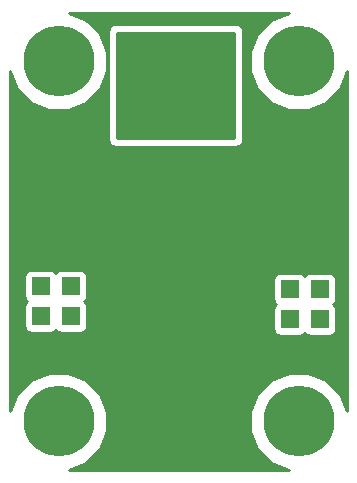
<source format=gbr>
G04 #@! TF.GenerationSoftware,KiCad,Pcbnew,(2017-02-05 revision 431abcf)-makepkg*
G04 #@! TF.CreationDate,2017-03-02T10:01:43+01:00*
G04 #@! TF.ProjectId,LINREG01A,4C494E5245473031412E6B696361645F,rev?*
G04 #@! TF.FileFunction,Copper,L1,Top,Signal*
G04 #@! TF.FilePolarity,Positive*
%FSLAX46Y46*%
G04 Gerber Fmt 4.6, Leading zero omitted, Abs format (unit mm)*
G04 Created by KiCad (PCBNEW (2017-02-05 revision 431abcf)-makepkg) date 03/02/17 10:01:43*
%MOMM*%
%LPD*%
G01*
G04 APERTURE LIST*
%ADD10C,0.500000*%
%ADD11C,6.000000*%
%ADD12R,1.524000X1.524000*%
%ADD13C,0.800000*%
%ADD14C,0.700000*%
%ADD15C,0.254000*%
G04 APERTURE END LIST*
D10*
D11*
X5080000Y5080000D03*
X5080000Y35560000D03*
X25400000Y5080000D03*
X25400000Y35560000D03*
D12*
X3556000Y19050000D03*
X6096000Y19050000D03*
X3556000Y16510000D03*
X6096000Y16510000D03*
X3556000Y13970000D03*
X6096000Y13970000D03*
X3556000Y11430000D03*
X6096000Y11430000D03*
X27178000Y11176000D03*
X24638000Y11176000D03*
X27178000Y13716000D03*
X24638000Y13716000D03*
X27178000Y16256000D03*
X24638000Y16256000D03*
X27178000Y18796000D03*
X24638000Y18796000D03*
D13*
X10922000Y10922000D03*
X20574000Y9652000D03*
X20574000Y8636000D03*
X19558000Y8636000D03*
X19558000Y9652000D03*
X18542000Y9652000D03*
X18542000Y8636000D03*
X17526000Y8636000D03*
X17526000Y9652000D03*
X16510000Y9652000D03*
X16510000Y8636000D03*
X15494000Y8636000D03*
X15494000Y9652000D03*
X14478000Y9652000D03*
X14478000Y8636000D03*
X13462000Y8636000D03*
X13462000Y9652000D03*
X12446000Y9652000D03*
X12446000Y8636000D03*
X11430000Y8636000D03*
X11430000Y9652000D03*
X10414000Y9652000D03*
X10414000Y8636000D03*
X10414000Y2540000D03*
X10414000Y3556000D03*
X10414000Y4572000D03*
X10414000Y5588000D03*
X10414000Y6604000D03*
X10414000Y7620000D03*
X11430000Y7620000D03*
X11430000Y6604000D03*
X11430000Y5588000D03*
X11430000Y4572000D03*
X11430000Y3556000D03*
X11430000Y2540000D03*
X12446000Y2540000D03*
X12446000Y3556000D03*
X12446000Y4572000D03*
X12446000Y5588000D03*
X12446000Y6604000D03*
X12446000Y7620000D03*
X13462000Y7620000D03*
X13462000Y6604000D03*
X13462000Y5588000D03*
X13462000Y4572000D03*
X13462000Y3556000D03*
X13462000Y2540000D03*
X14478000Y2540000D03*
X14478000Y3556000D03*
X14478000Y4572000D03*
X14478000Y5588000D03*
X14478000Y6604000D03*
X14478000Y7620000D03*
X15494000Y2540000D03*
X15494000Y3556000D03*
X15494000Y4572000D03*
X15494000Y5588000D03*
X15494000Y6604000D03*
X15494000Y7620000D03*
X16510000Y7620000D03*
X16510000Y6604000D03*
X16510000Y5588000D03*
X16510000Y4572000D03*
X16510000Y3556000D03*
X16510000Y2540000D03*
X17526000Y7620000D03*
X17526000Y6604000D03*
X17526000Y5588000D03*
X17526000Y4572000D03*
X17526000Y3556000D03*
X17526000Y2540000D03*
X18542000Y2540000D03*
X18542000Y3556000D03*
X18542000Y4572000D03*
X18542000Y5588000D03*
X18542000Y6604000D03*
X18542000Y7620000D03*
X19558000Y7620000D03*
X19558000Y6604000D03*
X19558000Y5588000D03*
X19558000Y4572000D03*
X19558000Y3556000D03*
X19558000Y2540000D03*
X20574000Y7620000D03*
X20574000Y6604000D03*
X20574000Y5588000D03*
X20574000Y4572000D03*
X20574000Y3556000D03*
X20574000Y2540000D03*
X20574000Y1524000D03*
X19558000Y1524000D03*
X18542000Y1524000D03*
X17526000Y1524000D03*
X16510000Y1524000D03*
X15494000Y1524000D03*
X14478000Y1524000D03*
X13462000Y1524000D03*
X12446000Y1524000D03*
X11430000Y1524000D03*
X10414000Y1524000D03*
X1778000Y31750000D03*
X3048000Y26416000D03*
X3048000Y24892000D03*
X3048000Y20828000D03*
X8128000Y10414000D03*
X7112000Y9652000D03*
X6096000Y9652000D03*
X4826000Y9652000D03*
X3556000Y9652000D03*
X27178000Y9652000D03*
X25908000Y9652000D03*
X24638000Y9652000D03*
X27940000Y29210000D03*
X27940000Y30226000D03*
X26670000Y30226000D03*
X26670000Y29210000D03*
X28956000Y24384000D03*
X28956000Y22606000D03*
X28956000Y20828000D03*
X27686000Y20828000D03*
X26416000Y20828000D03*
X21844000Y23368000D03*
X21844000Y24130000D03*
X20828000Y24892000D03*
X20828000Y25654000D03*
X20828000Y26416000D03*
X20574000Y27432000D03*
X19812000Y27432000D03*
X19812000Y26416000D03*
X19812000Y25654000D03*
X19812000Y24638000D03*
X19558000Y29464000D03*
X19558000Y30480000D03*
X19558000Y31496000D03*
X18542000Y31496000D03*
X18542000Y30480000D03*
X18542000Y29464000D03*
X17526000Y29464000D03*
X16510000Y29464000D03*
X15494000Y29464000D03*
X15494000Y30480000D03*
X16510000Y30480000D03*
X17526000Y30480000D03*
X17526000Y31496000D03*
X16510000Y31496000D03*
X15494000Y31496000D03*
X14478000Y29464000D03*
X14478000Y30480000D03*
X14478000Y31496000D03*
X13462000Y31496000D03*
X13462000Y30480000D03*
X13462000Y29464000D03*
X12446000Y29464000D03*
X12446000Y30480000D03*
X12446000Y31496000D03*
X11430000Y31496000D03*
X11430000Y30480000D03*
X11430000Y29464000D03*
X10414000Y29464000D03*
X10414000Y30480000D03*
X10414000Y31496000D03*
X10414000Y32512000D03*
X11430000Y32512000D03*
X12446000Y32512000D03*
X13462000Y32512000D03*
X14478000Y32512000D03*
X15494000Y32512000D03*
X16510000Y32512000D03*
X17526000Y32512000D03*
X18542000Y32512000D03*
X19558000Y32512000D03*
X19558000Y33528000D03*
X18542000Y33528000D03*
X17526000Y33528000D03*
X16510000Y33528000D03*
X15494000Y33528000D03*
X14478000Y33528000D03*
X13462000Y33528000D03*
X12446000Y33528000D03*
X11430000Y33528000D03*
X10414000Y33528000D03*
X19558000Y34544000D03*
X18542000Y34544000D03*
X17526000Y34544000D03*
X16510000Y34544000D03*
X15494000Y34544000D03*
X14478000Y34544000D03*
X13462000Y34544000D03*
X12446000Y34544000D03*
X11430000Y34544000D03*
X10414000Y34544000D03*
X19558000Y35560000D03*
X18542000Y35560000D03*
X17526000Y35560000D03*
X16510000Y35560000D03*
X15494000Y35560000D03*
X14478000Y35560000D03*
X13462000Y35560000D03*
X12446000Y35560000D03*
X11430000Y35560000D03*
X10414000Y35560000D03*
X10414000Y36576000D03*
X11430000Y36576000D03*
X12446000Y36576000D03*
X13462000Y36576000D03*
X14478000Y36576000D03*
X15494000Y36576000D03*
X16510000Y36576000D03*
X17526000Y36576000D03*
X18542000Y36576000D03*
X19558000Y36576000D03*
X19558000Y37592000D03*
X18542000Y37592000D03*
X17526000Y37592000D03*
X16510000Y37592000D03*
X15494000Y37592000D03*
X14478000Y37592000D03*
X13462000Y37592000D03*
X12446000Y37592000D03*
X11430000Y37592000D03*
X10414000Y37592000D03*
D10*
X3048000Y24892000D02*
X3048000Y26416000D01*
X3556000Y19050000D02*
X3556000Y20320000D01*
X3556000Y20320000D02*
X3048000Y20828000D01*
X7112000Y9652000D02*
X7366000Y9652000D01*
X7366000Y9652000D02*
X8128000Y10414000D01*
X4826000Y9652000D02*
X6096000Y9652000D01*
X3556000Y11430000D02*
X3556000Y9652000D01*
X24638000Y9652000D02*
X25908000Y9652000D01*
X27940000Y30226000D02*
X27940000Y29210000D01*
X26670000Y29210000D02*
X26670000Y30226000D01*
X28956000Y20828000D02*
X28956000Y22606000D01*
X26416000Y20828000D02*
X27686000Y20828000D01*
D14*
X21844000Y24130000D02*
X21844000Y23368000D01*
X20828000Y25654000D02*
X20828000Y24892000D01*
X20574000Y27432000D02*
X20574000Y26670000D01*
X20574000Y26670000D02*
X20828000Y26416000D01*
X19812000Y26416000D02*
X19812000Y27432000D01*
X19812000Y24638000D02*
X19812000Y25654000D01*
D15*
G36*
X23065296Y39060741D02*
X21903340Y37900810D01*
X21273718Y36384513D01*
X21272285Y34742690D01*
X21899259Y33225296D01*
X23059190Y32063340D01*
X24575487Y31433718D01*
X26217310Y31432285D01*
X27734704Y32059259D01*
X28896660Y33219190D01*
X29516000Y34710725D01*
X29516000Y5925662D01*
X28900741Y7414704D01*
X27740810Y8576660D01*
X26224513Y9206282D01*
X24582690Y9207715D01*
X23065296Y8580741D01*
X21903340Y7420810D01*
X21273718Y5904513D01*
X21272285Y4262690D01*
X21899259Y2745296D01*
X23059190Y1583340D01*
X24550725Y964000D01*
X5925662Y964000D01*
X7414704Y1579259D01*
X8576660Y2739190D01*
X9206282Y4255487D01*
X9207715Y5897310D01*
X8580741Y7414704D01*
X7420810Y8576660D01*
X5904513Y9206282D01*
X4262690Y9207715D01*
X2745296Y8580741D01*
X1583340Y7420810D01*
X964000Y5929275D01*
X964000Y17272000D01*
X2146560Y17272000D01*
X2146560Y15748000D01*
X2195843Y15500235D01*
X2336191Y15290191D01*
X2411307Y15240000D01*
X2336191Y15189809D01*
X2195843Y14979765D01*
X2146560Y14732000D01*
X2146560Y13208000D01*
X2195843Y12960235D01*
X2336191Y12750191D01*
X2546235Y12609843D01*
X2794000Y12560560D01*
X4318000Y12560560D01*
X4565765Y12609843D01*
X4775809Y12750191D01*
X4826000Y12825307D01*
X4876191Y12750191D01*
X5086235Y12609843D01*
X5334000Y12560560D01*
X6858000Y12560560D01*
X7105765Y12609843D01*
X7315809Y12750191D01*
X7456157Y12960235D01*
X7505440Y13208000D01*
X7505440Y14732000D01*
X7456157Y14979765D01*
X7315809Y15189809D01*
X7240693Y15240000D01*
X7315809Y15290191D01*
X7456157Y15500235D01*
X7505440Y15748000D01*
X7505440Y17018000D01*
X23228560Y17018000D01*
X23228560Y15494000D01*
X23277843Y15246235D01*
X23418191Y15036191D01*
X23493307Y14986000D01*
X23418191Y14935809D01*
X23277843Y14725765D01*
X23228560Y14478000D01*
X23228560Y12954000D01*
X23277843Y12706235D01*
X23418191Y12496191D01*
X23628235Y12355843D01*
X23876000Y12306560D01*
X25400000Y12306560D01*
X25647765Y12355843D01*
X25857809Y12496191D01*
X25908000Y12571307D01*
X25958191Y12496191D01*
X26168235Y12355843D01*
X26416000Y12306560D01*
X27940000Y12306560D01*
X28187765Y12355843D01*
X28397809Y12496191D01*
X28538157Y12706235D01*
X28587440Y12954000D01*
X28587440Y14478000D01*
X28538157Y14725765D01*
X28397809Y14935809D01*
X28322693Y14986000D01*
X28397809Y15036191D01*
X28538157Y15246235D01*
X28587440Y15494000D01*
X28587440Y17018000D01*
X28538157Y17265765D01*
X28397809Y17475809D01*
X28187765Y17616157D01*
X27940000Y17665440D01*
X26416000Y17665440D01*
X26168235Y17616157D01*
X25958191Y17475809D01*
X25908000Y17400693D01*
X25857809Y17475809D01*
X25647765Y17616157D01*
X25400000Y17665440D01*
X23876000Y17665440D01*
X23628235Y17616157D01*
X23418191Y17475809D01*
X23277843Y17265765D01*
X23228560Y17018000D01*
X7505440Y17018000D01*
X7505440Y17272000D01*
X7456157Y17519765D01*
X7315809Y17729809D01*
X7105765Y17870157D01*
X6858000Y17919440D01*
X5334000Y17919440D01*
X5086235Y17870157D01*
X4876191Y17729809D01*
X4826000Y17654693D01*
X4775809Y17729809D01*
X4565765Y17870157D01*
X4318000Y17919440D01*
X2794000Y17919440D01*
X2546235Y17870157D01*
X2336191Y17729809D01*
X2195843Y17519765D01*
X2146560Y17272000D01*
X964000Y17272000D01*
X964000Y34714338D01*
X1579259Y33225296D01*
X2739190Y32063340D01*
X4255487Y31433718D01*
X5897310Y31432285D01*
X7414704Y32059259D01*
X8576660Y33219190D01*
X9206282Y34735487D01*
X9207715Y36377310D01*
X8580741Y37894704D01*
X8375803Y38100000D01*
X9271000Y38100000D01*
X9271000Y28956000D01*
X9319336Y28712996D01*
X9456987Y28506987D01*
X9662996Y28369336D01*
X9906000Y28321000D01*
X20066000Y28321000D01*
X20309004Y28369336D01*
X20515013Y28506987D01*
X20652664Y28712996D01*
X20701000Y28956000D01*
X20701000Y38100000D01*
X20652664Y38343004D01*
X20515013Y38549013D01*
X20309004Y38686664D01*
X20066000Y38735000D01*
X9906000Y38735000D01*
X9662996Y38686664D01*
X9456987Y38549013D01*
X9319336Y38343004D01*
X9271000Y38100000D01*
X8375803Y38100000D01*
X7420810Y39056660D01*
X5929275Y39676000D01*
X24554338Y39676000D01*
X23065296Y39060741D01*
X23065296Y39060741D01*
G37*
X23065296Y39060741D02*
X21903340Y37900810D01*
X21273718Y36384513D01*
X21272285Y34742690D01*
X21899259Y33225296D01*
X23059190Y32063340D01*
X24575487Y31433718D01*
X26217310Y31432285D01*
X27734704Y32059259D01*
X28896660Y33219190D01*
X29516000Y34710725D01*
X29516000Y5925662D01*
X28900741Y7414704D01*
X27740810Y8576660D01*
X26224513Y9206282D01*
X24582690Y9207715D01*
X23065296Y8580741D01*
X21903340Y7420810D01*
X21273718Y5904513D01*
X21272285Y4262690D01*
X21899259Y2745296D01*
X23059190Y1583340D01*
X24550725Y964000D01*
X5925662Y964000D01*
X7414704Y1579259D01*
X8576660Y2739190D01*
X9206282Y4255487D01*
X9207715Y5897310D01*
X8580741Y7414704D01*
X7420810Y8576660D01*
X5904513Y9206282D01*
X4262690Y9207715D01*
X2745296Y8580741D01*
X1583340Y7420810D01*
X964000Y5929275D01*
X964000Y17272000D01*
X2146560Y17272000D01*
X2146560Y15748000D01*
X2195843Y15500235D01*
X2336191Y15290191D01*
X2411307Y15240000D01*
X2336191Y15189809D01*
X2195843Y14979765D01*
X2146560Y14732000D01*
X2146560Y13208000D01*
X2195843Y12960235D01*
X2336191Y12750191D01*
X2546235Y12609843D01*
X2794000Y12560560D01*
X4318000Y12560560D01*
X4565765Y12609843D01*
X4775809Y12750191D01*
X4826000Y12825307D01*
X4876191Y12750191D01*
X5086235Y12609843D01*
X5334000Y12560560D01*
X6858000Y12560560D01*
X7105765Y12609843D01*
X7315809Y12750191D01*
X7456157Y12960235D01*
X7505440Y13208000D01*
X7505440Y14732000D01*
X7456157Y14979765D01*
X7315809Y15189809D01*
X7240693Y15240000D01*
X7315809Y15290191D01*
X7456157Y15500235D01*
X7505440Y15748000D01*
X7505440Y17018000D01*
X23228560Y17018000D01*
X23228560Y15494000D01*
X23277843Y15246235D01*
X23418191Y15036191D01*
X23493307Y14986000D01*
X23418191Y14935809D01*
X23277843Y14725765D01*
X23228560Y14478000D01*
X23228560Y12954000D01*
X23277843Y12706235D01*
X23418191Y12496191D01*
X23628235Y12355843D01*
X23876000Y12306560D01*
X25400000Y12306560D01*
X25647765Y12355843D01*
X25857809Y12496191D01*
X25908000Y12571307D01*
X25958191Y12496191D01*
X26168235Y12355843D01*
X26416000Y12306560D01*
X27940000Y12306560D01*
X28187765Y12355843D01*
X28397809Y12496191D01*
X28538157Y12706235D01*
X28587440Y12954000D01*
X28587440Y14478000D01*
X28538157Y14725765D01*
X28397809Y14935809D01*
X28322693Y14986000D01*
X28397809Y15036191D01*
X28538157Y15246235D01*
X28587440Y15494000D01*
X28587440Y17018000D01*
X28538157Y17265765D01*
X28397809Y17475809D01*
X28187765Y17616157D01*
X27940000Y17665440D01*
X26416000Y17665440D01*
X26168235Y17616157D01*
X25958191Y17475809D01*
X25908000Y17400693D01*
X25857809Y17475809D01*
X25647765Y17616157D01*
X25400000Y17665440D01*
X23876000Y17665440D01*
X23628235Y17616157D01*
X23418191Y17475809D01*
X23277843Y17265765D01*
X23228560Y17018000D01*
X7505440Y17018000D01*
X7505440Y17272000D01*
X7456157Y17519765D01*
X7315809Y17729809D01*
X7105765Y17870157D01*
X6858000Y17919440D01*
X5334000Y17919440D01*
X5086235Y17870157D01*
X4876191Y17729809D01*
X4826000Y17654693D01*
X4775809Y17729809D01*
X4565765Y17870157D01*
X4318000Y17919440D01*
X2794000Y17919440D01*
X2546235Y17870157D01*
X2336191Y17729809D01*
X2195843Y17519765D01*
X2146560Y17272000D01*
X964000Y17272000D01*
X964000Y34714338D01*
X1579259Y33225296D01*
X2739190Y32063340D01*
X4255487Y31433718D01*
X5897310Y31432285D01*
X7414704Y32059259D01*
X8576660Y33219190D01*
X9206282Y34735487D01*
X9207715Y36377310D01*
X8580741Y37894704D01*
X8375803Y38100000D01*
X9271000Y38100000D01*
X9271000Y28956000D01*
X9319336Y28712996D01*
X9456987Y28506987D01*
X9662996Y28369336D01*
X9906000Y28321000D01*
X20066000Y28321000D01*
X20309004Y28369336D01*
X20515013Y28506987D01*
X20652664Y28712996D01*
X20701000Y28956000D01*
X20701000Y38100000D01*
X20652664Y38343004D01*
X20515013Y38549013D01*
X20309004Y38686664D01*
X20066000Y38735000D01*
X9906000Y38735000D01*
X9662996Y38686664D01*
X9456987Y38549013D01*
X9319336Y38343004D01*
X9271000Y38100000D01*
X8375803Y38100000D01*
X7420810Y39056660D01*
X5929275Y39676000D01*
X24554338Y39676000D01*
X23065296Y39060741D01*
G36*
X19939000Y29083000D02*
X10033000Y29083000D01*
X10033000Y37973000D01*
X19939000Y37973000D01*
X19939000Y29083000D01*
X19939000Y29083000D01*
G37*
X19939000Y29083000D02*
X10033000Y29083000D01*
X10033000Y37973000D01*
X19939000Y37973000D01*
X19939000Y29083000D01*
M02*

</source>
